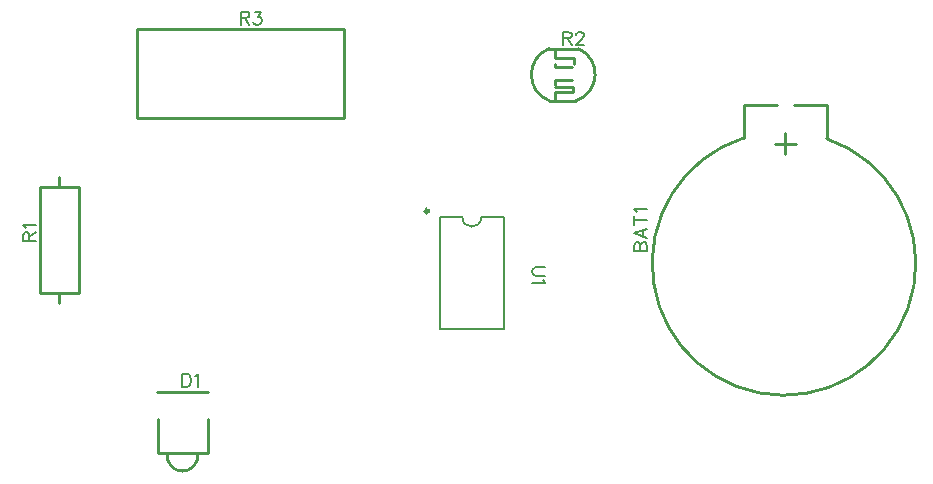
<source format=gto>
G04 Layer: TopSilkscreenLayer*
G04 EasyEDA v6.5.22, 2022-12-06 12:39:29*
G04 c6db78ffc0bd48839a298bbcf34fffd3,807727dff0ce494184415f470db24245,10*
G04 Gerber Generator version 0.2*
G04 Scale: 100 percent, Rotated: No, Reflected: No *
G04 Dimensions in millimeters *
G04 leading zeros omitted , absolute positions ,4 integer and 5 decimal *
%FSLAX45Y45*%
%MOMM*%

%ADD10C,0.1524*%
%ADD11C,0.2540*%
%ADD12C,0.3000*%

%LPD*%
D10*
X6557076Y3907254D02*
G01*
X6666042Y3907254D01*
X6557076Y3907254D02*
G01*
X6557076Y3953990D01*
X6562156Y3969484D01*
X6567490Y3974818D01*
X6577904Y3979898D01*
X6588318Y3979898D01*
X6598732Y3974818D01*
X6603812Y3969484D01*
X6608892Y3953990D01*
X6608892Y3907254D02*
G01*
X6608892Y3953990D01*
X6614226Y3969484D01*
X6619306Y3974818D01*
X6629720Y3979898D01*
X6645468Y3979898D01*
X6655882Y3974818D01*
X6660962Y3969484D01*
X6666042Y3953990D01*
X6666042Y3907254D01*
X6557076Y4055844D02*
G01*
X6666042Y4014188D01*
X6557076Y4055844D02*
G01*
X6666042Y4097500D01*
X6629720Y4029936D02*
G01*
X6629720Y4081752D01*
X6557076Y4168112D02*
G01*
X6666042Y4168112D01*
X6557076Y4131790D02*
G01*
X6557076Y4204434D01*
X6577904Y4238724D02*
G01*
X6572570Y4249138D01*
X6557076Y4264632D01*
X6666042Y4264632D01*
X2732498Y2867515D02*
G01*
X2732498Y2758549D01*
X2732498Y2867515D02*
G01*
X2768820Y2867515D01*
X2784568Y2862435D01*
X2794728Y2852021D01*
X2800062Y2841607D01*
X2805142Y2825859D01*
X2805142Y2799951D01*
X2800062Y2784457D01*
X2794728Y2774043D01*
X2784568Y2763629D01*
X2768820Y2758549D01*
X2732498Y2758549D01*
X2839432Y2846687D02*
G01*
X2849846Y2852021D01*
X2865594Y2867515D01*
X2865594Y2758549D01*
X1383284Y3992105D02*
G01*
X1492250Y3992105D01*
X1383284Y3992105D02*
G01*
X1383284Y4038841D01*
X1388363Y4054335D01*
X1393697Y4059669D01*
X1404112Y4064749D01*
X1414526Y4064749D01*
X1424939Y4059669D01*
X1430020Y4054335D01*
X1435100Y4038841D01*
X1435100Y3992105D01*
X1435100Y4028427D02*
G01*
X1492250Y4064749D01*
X1404112Y4099039D02*
G01*
X1398778Y4109453D01*
X1383284Y4125201D01*
X1492250Y4125201D01*
X5953638Y5761690D02*
G01*
X5953638Y5652724D01*
X5953638Y5761690D02*
G01*
X6000374Y5761690D01*
X6015868Y5756610D01*
X6021202Y5751276D01*
X6026282Y5740862D01*
X6026282Y5730448D01*
X6021202Y5720034D01*
X6015868Y5714954D01*
X6000374Y5709874D01*
X5953638Y5709874D01*
X5989960Y5709874D02*
G01*
X6026282Y5652724D01*
X6065906Y5735782D02*
G01*
X6065906Y5740862D01*
X6070986Y5751276D01*
X6076320Y5756610D01*
X6086734Y5761690D01*
X6107308Y5761690D01*
X6117722Y5756610D01*
X6123056Y5751276D01*
X6128136Y5740862D01*
X6128136Y5730448D01*
X6123056Y5720034D01*
X6112642Y5704540D01*
X6060572Y5652724D01*
X6133470Y5652724D01*
X3225800Y5931915D02*
G01*
X3225800Y5822950D01*
X3225800Y5931915D02*
G01*
X3272536Y5931915D01*
X3288029Y5926836D01*
X3293363Y5921502D01*
X3298443Y5911087D01*
X3298443Y5900673D01*
X3293363Y5890260D01*
X3288029Y5885179D01*
X3272536Y5880100D01*
X3225800Y5880100D01*
X3262122Y5880100D02*
G01*
X3298443Y5822950D01*
X3343147Y5931915D02*
G01*
X3400297Y5931915D01*
X3369309Y5890260D01*
X3384804Y5890260D01*
X3395218Y5885179D01*
X3400297Y5880100D01*
X3405631Y5864352D01*
X3405631Y5853937D01*
X3400297Y5838444D01*
X3389884Y5828029D01*
X3374390Y5822950D01*
X3358895Y5822950D01*
X3343147Y5828029D01*
X3338068Y5833110D01*
X3332734Y5843523D01*
X5804915Y3771900D02*
G01*
X5726938Y3771900D01*
X5711443Y3766820D01*
X5701029Y3756405D01*
X5695950Y3740657D01*
X5695950Y3730244D01*
X5701029Y3714750D01*
X5711443Y3704336D01*
X5726938Y3699255D01*
X5804915Y3699255D01*
X5784088Y3664965D02*
G01*
X5789422Y3654552D01*
X5804915Y3638804D01*
X5695950Y3638804D01*
D11*
X7907527Y5143398D02*
G01*
X8185899Y5143398D01*
X8185899Y4858367D01*
X7485875Y4865392D02*
G01*
X7485875Y5143398D01*
X7764269Y5143398D01*
X7835900Y4725482D02*
G01*
X7835900Y4903282D01*
X7747000Y4814382D02*
G01*
X7924800Y4814382D01*
X2947530Y2193386D02*
G01*
X2947530Y2483383D01*
X2947530Y2713398D02*
G01*
X2517528Y2713398D01*
X2947530Y2193386D02*
G01*
X2527531Y2193386D01*
X2522501Y2193399D02*
G01*
X2522501Y2483396D01*
X1689100Y4457687D02*
G01*
X1689100Y4533887D01*
X1689100Y3543287D02*
G01*
X1689100Y3467087D01*
X1524101Y3550500D02*
G01*
X1524101Y4450499D01*
X1854098Y4450499D01*
X1854098Y3550500D01*
X1524101Y3550500D01*
X6066297Y5180200D02*
G01*
X5836297Y5180200D01*
X6086297Y5620199D02*
G01*
X5836297Y5620199D01*
X5886297Y5620199D02*
G01*
X5886297Y5540197D01*
X6046297Y5540197D02*
G01*
X6046297Y5490202D01*
X5886297Y5490202D02*
G01*
X5886297Y5468876D01*
X5886297Y5351523D02*
G01*
X5886297Y5310200D01*
X6036297Y5300177D02*
G01*
X6036297Y5250200D01*
X5886297Y5250200D02*
G01*
X5886297Y5180200D01*
X5886297Y5540197D02*
G01*
X6046297Y5540197D01*
X5886297Y5468876D02*
G01*
X6026233Y5468876D01*
X5886297Y5351523D02*
G01*
X6026233Y5351523D01*
X5886297Y5250200D02*
G01*
X6036297Y5250200D01*
X6036297Y5300177D02*
G01*
X5886297Y5300177D01*
X2350795Y5785203D02*
G01*
X4100804Y5785200D01*
X2350795Y5035199D02*
G01*
X2350795Y5785203D01*
X2350795Y5035199D02*
G01*
X4100804Y5035199D01*
X4100804Y5785200D01*
D10*
X5101600Y4193717D02*
G01*
X4909459Y4193717D01*
X4909459Y3248479D01*
X5453738Y3248479D01*
X5453738Y4193717D01*
X5261599Y4193717D01*
D11*
G75*
G01*
X7485873Y4865393D02*
G03*
X8185922Y4858347I339359J-1063167D01*
G75*
G01*
X2605499Y2193399D02*
G03*
X2859499Y2193399I127000J-21233D01*
G75*
G01*
X5836336Y5620258D02*
G03*
X5836336Y5180076I86101J-220091D01*
G75*
G01*
X6066206Y5180076D02*
G03*
X6086272Y5620258I-76399J224031D01*
D10*
G75*
G01*
X5101600Y4193718D02*
G03*
X5261600Y4193718I80000J0D01*
D12*
G75*
G01
X4816373Y4246347D02*
G03X4816373Y4246347I-15011J0D01*
M02*

</source>
